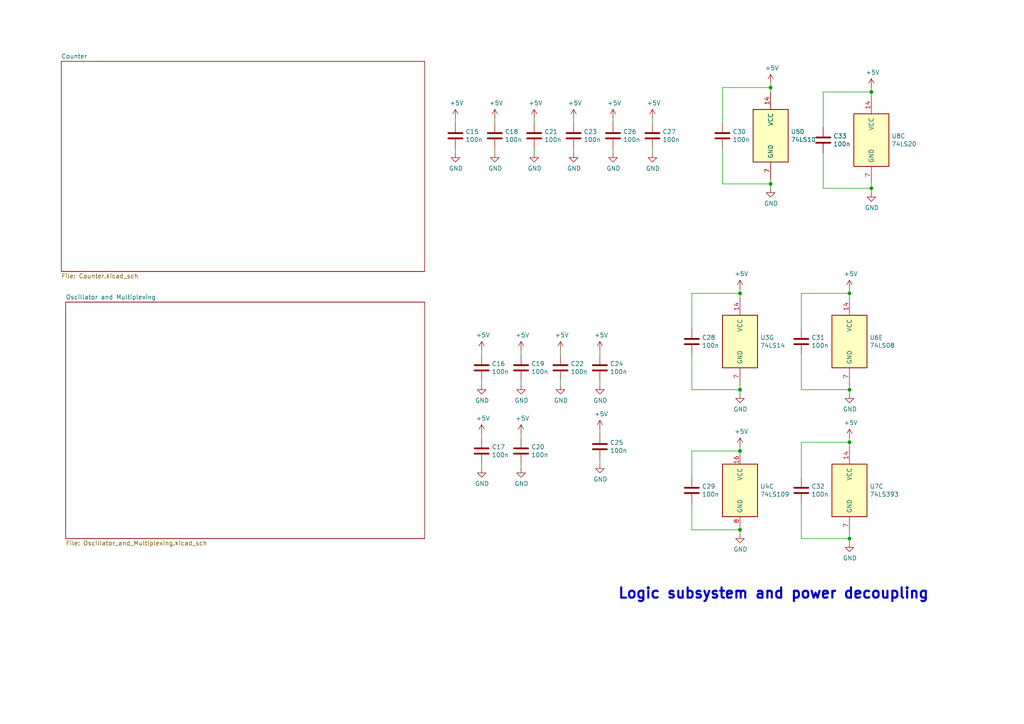
<source format=kicad_sch>
(kicad_sch (version 20211123) (generator eeschema)
  (paper "A4")
  (title_block (title "NixieTTL Clock") (rev "0"))
  (lib_symbols
    (symbol "74xx:74LS08" (pin_names (offset 1.016))
      (property "Reference" "U" (at 0 1.27 0))
      (property "Value" "74LS08" (at 0 -1.27 0))
      (symbol "74LS08_1_1"
        (arc (start 0 -3.81) (mid 3.81 0) (end 0 3.81) (stroke (width 0.254)) (fill (type background)))
        (polyline (pts (xy 0 3.81) (xy -3.81 3.81) (xy -3.81 -3.81) (xy 0 -3.81)) (stroke (width 0.254)) (fill (type background)))
        (pin input line (at -7.62 2.54 0) (length 3.81) (name "~") (number "1"))
        (pin input line (at -7.62 -2.54 0) (length 3.81) (name "~") (number "2"))
        (pin output line (at 7.62 0 180) (length 3.81) (name "~") (number "3"))
      )
      (symbol "74LS08_1_2"
        (arc (start -3.81 -3.81) (mid -2.589 0) (end -3.81 3.81) (stroke (width 0.254)))
        (arc (start -0.6096 -3.81) (mid 2.1855 -2.584) (end 3.81 0) (stroke (width 0.254)) (fill (type background)))
        (polyline (pts (xy -3.81 -3.81) (xy -0.635 -3.81)) (stroke (width 0.254)) (fill (type background)))
        (polyline (pts (xy -3.81 3.81) (xy -0.635 3.81)) (stroke (width 0.254)) (fill (type background)))
        (polyline (pts (xy -0.635 3.81) (xy -3.81 3.81) (xy -3.81 3.81) (xy -3.556 3.4036) (xy -3.0226 2.2606) (xy -2.6924 1.0414) (xy -2.6162 -0.254) (xy -2.7686 -1.4986) (xy -3.175 -2.7178) (xy -3.81 -3.81) (xy -3.81 -3.81) (xy -0.635 -3.81)) (stroke (width -25.4)) (fill (type background)))
        (arc (start 3.81 0) (mid 2.1928 2.5925) (end -0.6096 3.81) (stroke (width 0.254)) (fill (type background)))
        (pin input inverted (at -7.62 2.54 0) (length 4.318) (name "~") (number "1"))
        (pin input inverted (at -7.62 -2.54 0) (length 4.318) (name "~") (number "2"))
        (pin output inverted (at 7.62 0 180) (length 3.81) (name "~") (number "3"))
      )
      (symbol "74LS08_2_1"
        (arc (start 0 -3.81) (mid 3.81 0) (end 0 3.81) (stroke (width 0.254)) (fill (type background)))
        (polyline (pts (xy 0 3.81) (xy -3.81 3.81) (xy -3.81 -3.81) (xy 0 -3.81)) (stroke (width 0.254)) (fill (type background)))
        (pin input line (at -7.62 2.54 0) (length 3.81) (name "~") (number "4"))
        (pin input line (at -7.62 -2.54 0) (length 3.81) (name "~") (number "5"))
        (pin output line (at 7.62 0 180) (length 3.81) (name "~") (number "6"))
      )
      (symbol "74LS08_2_2"
        (arc (start -3.81 -3.81) (mid -2.589 0) (end -3.81 3.81) (stroke (width 0.254)))
        (arc (start -0.6096 -3.81) (mid 2.1855 -2.584) (end 3.81 0) (stroke (width 0.254)) (fill (type background)))
        (polyline (pts (xy -3.81 -3.81) (xy -0.635 -3.81)) (stroke (width 0.254)) (fill (type background)))
        (polyline (pts (xy -3.81 3.81) (xy -0.635 3.81)) (stroke (width 0.254)) (fill (type background)))
        (polyline (pts (xy -0.635 3.81) (xy -3.81 3.81) (xy -3.81 3.81) (xy -3.556 3.4036) (xy -3.0226 2.2606) (xy -2.6924 1.0414) (xy -2.6162 -0.254) (xy -2.7686 -1.4986) (xy -3.175 -2.7178) (xy -3.81 -3.81) (xy -3.81 -3.81) (xy -0.635 -3.81)) (stroke (width -25.4)) (fill (type background)))
        (arc (start 3.81 0) (mid 2.1928 2.5925) (end -0.6096 3.81) (stroke (width 0.254)) (fill (type background)))
        (pin input inverted (at -7.62 2.54 0) (length 4.318) (name "~") (number "4"))
        (pin input inverted (at -7.62 -2.54 0) (length 4.318) (name "~") (number "5"))
        (pin output inverted (at 7.62 0 180) (length 3.81) (name "~") (number "6"))
      )
      (symbol "74LS08_3_1"
        (arc (start 0 -3.81) (mid 3.81 0) (end 0 3.81) (stroke (width 0.254)) (fill (type background)))
        (polyline (pts (xy 0 3.81) (xy -3.81 3.81) (xy -3.81 -3.81) (xy 0 -3.81)) (stroke (width 0.254)) (fill (type background)))
        (pin input line (at -7.62 -2.54 0) (length 3.81) (name "~") (number "10"))
        (pin output line (at 7.62 0 180) (length 3.81) (name "~") (number "8"))
        (pin input line (at -7.62 2.54 0) (length 3.81) (name "~") (number "9"))
      )
      (symbol "74LS08_3_2"
        (arc (start -3.81 -3.81) (mid -2.589 0) (end -3.81 3.81) (stroke (width 0.254)))
        (arc (start -0.6096 -3.81) (mid 2.1855 -2.584) (end 3.81 0) (stroke (width 0.254)) (fill (type background)))
        (polyline (pts (xy -3.81 -3.81) (xy -0.635 -3.81)) (stroke (width 0.254)) (fill (type background)))
        (polyline (pts (xy -3.81 3.81) (xy -0.635 3.81)) (stroke (width 0.254)) (fill (type background)))
        (polyline (pts (xy -0.635 3.81) (xy -3.81 3.81) (xy -3.81 3.81) (xy -3.556 3.4036) (xy -3.0226 2.2606) (xy -2.6924 1.0414) (xy -2.6162 -0.254) (xy -2.7686 -1.4986) (xy -3.175 -2.7178) (xy -3.81 -3.81) (xy -3.81 -3.81) (xy -0.635 -3.81)) (stroke (width -25.4)) (fill (type background)))
        (arc (start 3.81 0) (mid 2.1928 2.5925) (end -0.6096 3.81) (stroke (width 0.254)) (fill (type background)))
        (pin input inverted (at -7.62 -2.54 0) (length 4.318) (name "~") (number "10"))
        (pin output inverted (at 7.62 0 180) (length 3.81) (name "~") (number "8"))
        (pin input inverted (at -7.62 2.54 0) (length 4.318) (name "~") (number "9"))
      )
      (symbol "74LS08_4_1"
        (arc (start 0 -3.81) (mid 3.81 0) (end 0 3.81) (stroke (width 0.254)) (fill (type background)))
        (polyline (pts (xy 0 3.81) (xy -3.81 3.81) (xy -3.81 -3.81) (xy 0 -3.81)) (stroke (width 0.254)) (fill (type background)))
        (pin output line (at 7.62 0 180) (length 3.81) (name "~") (number "11"))
        (pin input line (at -7.62 2.54 0) (length 3.81) (name "~") (number "12"))
        (pin input line (at -7.62 -2.54 0) (length 3.81) (name "~") (number "13"))
      )
      (symbol "74LS08_4_2"
        (arc (start -3.81 -3.81) (mid -2.589 0) (end -3.81 3.81) (stroke (width 0.254)))
        (arc (start -0.6096 -3.81) (mid 2.1855 -2.584) (end 3.81 0) (stroke (width 0.254)) (fill (type background)))
        (polyline (pts (xy -3.81 -3.81) (xy -0.635 -3.81)) (stroke (width 0.254)) (fill (type background)))
        (polyline (pts (xy -3.81 3.81) (xy -0.635 3.81)) (stroke (width 0.254)) (fill (type background)))
        (polyline (pts (xy -0.635 3.81) (xy -3.81 3.81) (xy -3.81 3.81) (xy -3.556 3.4036) (xy -3.0226 2.2606) (xy -2.6924 1.0414) (xy -2.6162 -0.254) (xy -2.7686 -1.4986) (xy -3.175 -2.7178) (xy -3.81 -3.81) (xy -3.81 -3.81) (xy -0.635 -3.81)) (stroke (width -25.4)) (fill (type background)))
        (arc (start 3.81 0) (mid 2.1928 2.5925) (end -0.6096 3.81) (stroke (width 0.254)) (fill (type background)))
        (pin output inverted (at 7.62 0 180) (length 3.81) (name "~") (number "11"))
        (pin input inverted (at -7.62 2.54 0) (length 4.318) (name "~") (number "12"))
        (pin input inverted (at -7.62 -2.54 0) (length 4.318) (name "~") (number "13"))
      )
      (symbol "74LS08_5_0"
        (pin power_in line (at 0 12.7 270) (length 5.08) (name "VCC") (number "14"))
        (pin power_in line (at 0 -12.7 90) (length 5.08) (name "GND") (number "7"))
      )
      (symbol "74LS08_5_1"
        (rectangle (start -5.08 7.62) (end 5.08 -7.62) (stroke (width 0.254)) (fill (type background)))
      )
    )
    (symbol "74xx:74LS10" (pin_names (offset 1.016))
      (property "Reference" "U" (at 0 1.27 0))
      (property "Value" "74LS10" (at 0 -1.27 0))
      (symbol "74LS10_1_1"
        (arc (start 0 -3.81) (mid 3.81 0) (end 0 3.81) (stroke (width 0.254)) (fill (type background)))
        (polyline (pts (xy 0 3.81) (xy -3.81 3.81) (xy -3.81 -3.81) (xy 0 -3.81)) (stroke (width 0.254)) (fill (type background)))
        (pin input line (at -7.62 2.54 0) (length 3.81) (name "~") (number "1"))
        (pin output inverted (at 7.62 0 180) (length 3.81) (name "~") (number "12"))
        (pin input line (at -7.62 -2.54 0) (length 3.81) (name "~") (number "13"))
        (pin input line (at -7.62 0 0) (length 3.81) (name "~") (number "2"))
      )
      (symbol "74LS10_1_2"
        (arc (start -3.81 -3.81) (mid -2.589 0) (end -3.81 3.81) (stroke (width 0.254)))
        (arc (start -0.6096 -3.81) (mid 2.1855 -2.584) (end 3.81 0) (stroke (width 0.254)) (fill (type background)))
        (polyline (pts (xy -3.81 -3.81) (xy -0.635 -3.81)) (stroke (width 0.254)) (fill (type background)))
        (polyline (pts (xy -3.81 3.81) (xy -0.635 3.81)) (stroke (width 0.254)) (fill (type background)))
        (polyline (pts (xy -0.635 3.81) (xy -3.81 3.81) (xy -3.81 3.81) (xy -3.556 3.4036) (xy -3.0226 2.2606) (xy -2.6924 1.0414) (xy -2.6162 -0.254) (xy -2.7686 -1.4986) (xy -3.175 -2.7178) (xy -3.81 -3.81) (xy -3.81 -3.81) (xy -0.635 -3.81)) (stroke (width -25.4)) (fill (type background)))
        (arc (start 3.81 0) (mid 2.1928 2.5925) (end -0.6096 3.81) (stroke (width 0.254)) (fill (type background)))
        (pin input inverted (at -7.62 2.54 0) (length 4.318) (name "~") (number "1"))
        (pin output line (at 7.62 0 180) (length 3.81) (name "~") (number "12"))
        (pin input inverted (at -7.62 -2.54 0) (length 4.318) (name "~") (number "13"))
        (pin input inverted (at -7.62 0 0) (length 4.953) (name "~") (number "2"))
      )
      (symbol "74LS10_2_1"
        (arc (start 0 -3.81) (mid 3.81 0) (end 0 3.81) (stroke (width 0.254)) (fill (type background)))
        (polyline (pts (xy 0 3.81) (xy -3.81 3.81) (xy -3.81 -3.81) (xy 0 -3.81)) (stroke (width 0.254)) (fill (type background)))
        (pin input line (at -7.62 2.54 0) (length 3.81) (name "~") (number "3"))
        (pin input line (at -7.62 0 0) (length 3.81) (name "~") (number "4"))
        (pin input line (at -7.62 -2.54 0) (length 3.81) (name "~") (number "5"))
        (pin output inverted (at 7.62 0 180) (length 3.81) (name "~") (number "6"))
      )
      (symbol "74LS10_2_2"
        (arc (start -3.81 -3.81) (mid -2.589 0) (end -3.81 3.81) (stroke (width 0.254)))
        (arc (start -0.6096 -3.81) (mid 2.1855 -2.584) (end 3.81 0) (stroke (width 0.254)) (fill (type background)))
        (polyline (pts (xy -3.81 -3.81) (xy -0.635 -3.81)) (stroke (width 0.254)) (fill (type background)))
        (polyline (pts (xy -3.81 3.81) (xy -0.635 3.81)) (stroke (width 0.254)) (fill (type background)))
        (polyline (pts (xy -0.635 3.81) (xy -3.81 3.81) (xy -3.81 3.81) (xy -3.556 3.4036) (xy -3.0226 2.2606) (xy -2.6924 1.0414) (xy -2.6162 -0.254) (xy -2.7686 -1.4986) (xy -3.175 -2.7178) (xy -3.81 -3.81) (xy -3.81 -3.81) (xy -0.635 -3.81)) (stroke (width -25.4)) (fill (type background)))
        (arc (start 3.81 0) (mid 2.1928 2.5925) (end -0.6096 3.81) (stroke (width 0.254)) (fill (type background)))
        (pin input inverted (at -7.62 2.54 0) (length 4.318) (name "~") (number "3"))
        (pin input inverted (at -7.62 0 0) (length 4.953) (name "~") (number "4"))
        (pin input inverted (at -7.62 -2.54 0) (length 4.318) (name "~") (number "5"))
        (pin output line (at 7.62 0 180) (length 3.81) (name "~") (number "6"))
      )
      (symbol "74LS10_3_1"
        (arc (start 0 -3.81) (mid 3.81 0) (end 0 3.81) (stroke (width 0.254)) (fill (type background)))
        (polyline (pts (xy 0 3.81) (xy -3.81 3.81) (xy -3.81 -3.81) (xy 0 -3.81)) (stroke (width 0.254)) (fill (type background)))
        (pin input line (at -7.62 0 0) (length 3.81) (name "~") (number "10"))
        (pin input line (at -7.62 -2.54 0) (length 3.81) (name "~") (number "11"))
        (pin output inverted (at 7.62 0 180) (length 3.81) (name "~") (number "8"))
        (pin input line (at -7.62 2.54 0) (length 3.81) (name "~") (number "9"))
      )
      (symbol "74LS10_3_2"
        (arc (start -3.81 -3.81) (mid -2.589 0) (end -3.81 3.81) (stroke (width 0.254)))
        (arc (start -0.6096 -3.81) (mid 2.1855 -2.584) (end 3.81 0) (stroke (width 0.254)) (fill (type background)))
        (polyline (pts (xy -3.81 -3.81) (xy -0.635 -3.81)) (stroke (width 0.254)) (fill (type background)))
        (polyline (pts (xy -3.81 3.81) (xy -0.635 3.81)) (stroke (width 0.254)) (fill (type background)))
        (polyline (pts (xy -0.635 3.81) (xy -3.81 3.81) (xy -3.81 3.81) (xy -3.556 3.4036) (xy -3.0226 2.2606) (xy -2.6924 1.0414) (xy -2.6162 -0.254) (xy -2.7686 -1.4986) (xy -3.175 -2.7178) (xy -3.81 -3.81) (xy -3.81 -3.81) (xy -0.635 -3.81)) (stroke (width -25.4)) (fill (type background)))
        (arc (start 3.81 0) (mid 2.1928 2.5925) (end -0.6096 3.81) (stroke (width 0.254)) (fill (type background)))
        (pin input inverted (at -7.62 0 0) (length 4.953) (name "~") (number "10"))
        (pin input inverted (at -7.62 -2.54 0) (length 4.318) (name "~") (number "11"))
        (pin output line (at 7.62 0 180) (length 3.81) (name "~") (number "8"))
        (pin input inverted (at -7.62 2.54 0) (length 4.318) (name "~") (number "9"))
      )
      (symbol "74LS10_4_0"
        (pin power_in line (at 0 12.7 270) (length 5.08) (name "VCC") (number "14"))
        (pin power_in line (at 0 -12.7 90) (length 5.08) (name "GND") (number "7"))
      )
      (symbol "74LS10_4_1"
        (rectangle (start -5.08 7.62) (end 5.08 -7.62) (stroke (width 0.254)) (fill (type background)))
      )
    )
    (symbol "74xx:74LS109" (pin_names (offset 1.016))
      (property "Reference" "U" (at -7.62 8.89 0))
      (property "Value" "74LS109" (at -7.62 -8.89 0))
      (symbol "74LS109_1_0"
        (pin input line (at 0 -7.62 90) (length 2.54) (name "~{R}") (number "1"))
        (pin input line (at -7.62 2.54 0) (length 2.54) (name "J") (number "2"))
        (pin input line (at -7.62 -2.54 0) (length 2.54) (name "~{K}") (number "3"))
        (pin input clock (at -7.62 0 0) (length 2.54) (name "C") (number "4"))
        (pin input line (at 0 7.62 270) (length 2.54) (name "~{S}") (number "5"))
        (pin output line (at 7.62 2.54 180) (length 2.54) (name "Q") (number "6"))
        (pin output line (at 7.62 -2.54 180) (length 2.54) (name "~{Q}") (number "7"))
      )
      (symbol "74LS109_1_1"
        (rectangle (start -5.08 5.08) (end 5.08 -5.08) (stroke (width 0.254)) (fill (type background)))
      )
      (symbol "74LS109_2_0"
        (pin output line (at 7.62 2.54 180) (length 2.54) (name "Q") (number "10"))
        (pin input line (at 0 7.62 270) (length 2.54) (name "~{S}") (number "11"))
        (pin input clock (at -7.62 0 0) (length 2.54) (name "C") (number "12"))
        (pin input line (at -7.62 -2.54 0) (length 2.54) (name "~{K}") (number "13"))
        (pin input line (at -7.62 2.54 0) (length 2.54) (name "J") (number "14"))
        (pin input line (at 0 -7.62 90) (length 2.54) (name "~{R}") (number "15"))
        (pin output line (at 7.62 -2.54 180) (length 2.54) (name "~{Q}") (number "9"))
      )
      (symbol "74LS109_2_1"
        (rectangle (start -5.08 5.08) (end 5.08 -5.08) (stroke (width 0.254)) (fill (type background)))
      )
      (symbol "74LS109_3_0"
        (pin power_in line (at 0 10.16 270) (length 2.54) (name "VCC") (number "16"))
        (pin power_in line (at 0 -10.16 90) (length 2.54) (name "GND") (number "8"))
      )
      (symbol "74LS109_3_1"
        (rectangle (start -5.08 7.62) (end 5.08 -7.62) (stroke (width 0.254)) (fill (type background)))
      )
    )
    (symbol "74xx:74LS14" (pin_names (offset 1.016))
      (property "Reference" "U" (at 0 1.27 0))
      (property "Value" "74LS14" (at 0 -1.27 0))
      (symbol "74LS14_1_0"
        (polyline (pts (xy -3.81 3.81) (xy -3.81 -3.81) (xy 3.81 0) (xy -3.81 3.81)) (stroke (width 0.254)) (fill (type background)))
        (pin input line (at -7.62 0 0) (length 3.81) (name "~") (number "1"))
        (pin output inverted (at 7.62 0 180) (length 3.81) (name "~") (number "2"))
      )
      (symbol "74LS14_1_1"
        (polyline (pts (xy -1.905 -1.27) (xy -1.905 1.27) (xy -0.635 1.27)))
        (polyline (pts (xy -2.54 -1.27) (xy -0.635 -1.27) (xy -0.635 1.27) (xy 0 1.27)))
      )
      (symbol "74LS14_2_0"
        (polyline (pts (xy -3.81 3.81) (xy -3.81 -3.81) (xy 3.81 0) (xy -3.81 3.81)) (stroke (width 0.254)) (fill (type background)))
        (pin input line (at -7.62 0 0) (length 3.81) (name "~") (number "3"))
        (pin output inverted (at 7.62 0 180) (length 3.81) (name "~") (number "4"))
      )
      (symbol "74LS14_2_1"
        (polyline (pts (xy -1.905 -1.27) (xy -1.905 1.27) (xy -0.635 1.27)))
        (polyline (pts (xy -2.54 -1.27) (xy -0.635 -1.27) (xy -0.635 1.27) (xy 0 1.27)))
      )
      (symbol "74LS14_3_0"
        (polyline (pts (xy -3.81 3.81) (xy -3.81 -3.81) (xy 3.81 0) (xy -3.81 3.81)) (stroke (width 0.254)) (fill (type background)))
        (pin input line (at -7.62 0 0) (length 3.81) (name "~") (number "5"))
        (pin output inverted (at 7.62 0 180) (length 3.81) (name "~") (number "6"))
      )
      (symbol "74LS14_3_1"
        (polyline (pts (xy -1.905 -1.27) (xy -1.905 1.27) (xy -0.635 1.27)))
        (polyline (pts (xy -2.54 -1.27) (xy -0.635 -1.27) (xy -0.635 1.27) (xy 0 1.27)))
      )
      (symbol "74LS14_4_0"
        (polyline (pts (xy -3.81 3.81) (xy -3.81 -3.81) (xy 3.81 0) (xy -3.81 3.81)) (stroke (width 0.254)) (fill (type background)))
        (pin output inverted (at 7.62 0 180) (length 3.81) (name "~") (number "8"))
        (pin input line (at -7.62 0 0) (length 3.81) (name "~") (number "9"))
      )
      (symbol "74LS14_4_1"
        (polyline (pts (xy -1.905 -1.27) (xy -1.905 1.27) (xy -0.635 1.27)))
        (polyline (pts (xy -2.54 -1.27) (xy -0.635 -1.27) (xy -0.635 1.27) (xy 0 1.27)))
      )
      (symbol "74LS14_5_0"
        (polyline (pts (xy -3.81 3.81) (xy -3.81 -3.81) (xy 3.81 0) (xy -3.81 3.81)) (stroke (width 0.254)) (fill (type background)))
        (pin output inverted (at 7.62 0 180) (length 3.81) (name "~") (number "10"))
        (pin input line (at -7.62 0 0) (length 3.81) (name "~") (number "11"))
      )
      (symbol "74LS14_5_1"
        (polyline (pts (xy -1.905 -1.27) (xy -1.905 1.27) (xy -0.635 1.27)))
        (polyline (pts (xy -2.54 -1.27) (xy -0.635 -1.27) (xy -0.635 1.27) (xy 0 1.27)))
      )
      (symbol "74LS14_6_0"
        (polyline (pts (xy -3.81 3.81) (xy -3.81 -3.81) (xy 3.81 0) (xy -3.81 3.81)) (stroke (width 0.254)) (fill (type background)))
        (pin output inverted (at 7.62 0 180) (length 3.81) (name "~") (number "12"))
        (pin input line (at -7.62 0 0) (length 3.81) (name "~") (number "13"))
      )
      (symbol "74LS14_6_1"
        (polyline (pts (xy -1.905 -1.27) (xy -1.905 1.27) (xy -0.635 1.27)))
        (polyline (pts (xy -2.54 -1.27) (xy -0.635 -1.27) (xy -0.635 1.27) (xy 0 1.27)))
      )
      (symbol "74LS14_7_0"
        (pin power_in line (at 0 12.7 270) (length 5.08) (name "VCC") (number "14"))
        (pin power_in line (at 0 -12.7 90) (length 5.08) (name "GND") (number "7"))
      )
      (symbol "74LS14_7_1"
        (rectangle (start -5.08 7.62) (end 5.08 -7.62) (stroke (width 0.254)) (fill (type background)))
      )
    )
    (symbol "74xx:74LS20" (pin_names (offset 1.016))
      (property "Reference" "U" (at 0 1.27 0))
      (property "Value" "74LS20" (at 0 -1.27 0))
      (symbol "74LS20_1_1"
        (arc (start -0.635 -4.445) (mid 3.81 0) (end -0.635 4.445) (stroke (width 0.254)) (fill (type background)))
        (polyline (pts (xy -0.635 4.445) (xy -3.81 4.445) (xy -3.81 -4.445) (xy -0.635 -4.445)) (stroke (width 0.254)) (fill (type background)))
        (pin input line (at -7.62 3.81 0) (length 3.81) (name "~") (number "1"))
        (pin input line (at -7.62 1.27 0) (length 3.81) (name "~") (number "2"))
        (pin input line (at -7.62 -1.27 0) (length 3.81) (name "~") (number "4"))
        (pin input line (at -7.62 -3.81 0) (length 3.81) (name "~") (number "5"))
        (pin output inverted (at 7.62 0 180) (length 3.81) (name "~") (number "6"))
      )
      (symbol "74LS20_1_2"
        (arc (start -3.81 -4.445) (mid -2.5908 0) (end -3.81 4.445) (stroke (width 0.254)))
        (arc (start -0.6096 -4.445) (mid 2.224 -2.8428) (end 3.81 0) (stroke (width 0.254)) (fill (type background)))
        (polyline (pts (xy -3.81 -4.445) (xy -0.635 -4.445)) (stroke (width 0.254)) (fill (type background)))
        (polyline (pts (xy -3.81 4.445) (xy -0.635 4.445)) (stroke (width 0.254)) (fill (type background)))
        (polyline (pts (xy -0.635 4.445) (xy -3.81 4.445) (xy -3.81 4.445) (xy -3.6322 4.0894) (xy -3.0988 2.921) (xy -2.7686 1.6764) (xy -2.6162 0.4318) (xy -2.6416 -0.8636) (xy -2.8702 -2.1082) (xy -3.2512 -3.3274) (xy -3.81 -4.445) (xy -3.81 -4.445) (xy -0.635 -4.445)) (stroke (width -25.4)) (fill (type background)))
        (arc (start 3.81 0) (mid 2.2198 2.8386) (end -0.6096 4.445) (stroke (width 0.254)) (fill (type background)))
        (pin input inverted (at -7.62 3.81 0) (length 3.81) (name "~") (number "1"))
        (pin input inverted (at -7.62 1.27 0) (length 4.826) (name "~") (number "2"))
        (pin input inverted (at -7.62 -1.27 0) (length 4.826) (name "~") (number "4"))
        (pin input inverted (at -7.62 -3.81 0) (length 3.81) (name "~") (number "5"))
        (pin output line (at 7.62 0 180) (length 3.81) (name "~") (number "6"))
      )
      (symbol "74LS20_2_1"
        (arc (start -0.635 -4.445) (mid 3.81 0) (end -0.635 4.445) (stroke (width 0.254)) (fill (type background)))
        (polyline (pts (xy -0.635 4.445) (xy -3.81 4.445) (xy -3.81 -4.445) (xy -0.635 -4.445)) (stroke (width 0.254)) (fill (type background)))
        (pin input line (at -7.62 1.27 0) (length 3.81) (name "~") (number "10"))
        (pin input line (at -7.62 -1.27 0) (length 3.81) (name "~") (number "12"))
        (pin input line (at -7.62 -3.81 0) (length 3.81) (name "~") (number "13"))
        (pin output inverted (at 7.62 0 180) (length 3.81) (name "~") (number "8"))
        (pin input line (at -7.62 3.81 0) (length 3.81) (name "~") (number "9"))
      )
      (symbol "74LS20_2_2"
        (arc (start -3.81 -4.445) (mid -2.5908 0) (end -3.81 4.445) (stroke (width 0.254)))
        (arc (start -0.6096 -4.445) (mid 2.224 -2.8428) (end 3.81 0) (stroke (width 0.254)) (fill (type background)))
        (polyline (pts (xy -3.81 -4.445) (xy -0.635 -4.445)) (stroke (width 0.254)) (fill (type background)))
        (polyline (pts (xy -3.81 4.445) (xy -0.635 4.445)) (stroke (width 0.254)) (fill (type background)))
        (polyline (pts (xy -0.635 4.445) (xy -3.81 4.445) (xy -3.81 4.445) (xy -3.6322 4.0894) (xy -3.0988 2.921) (xy -2.7686 1.6764) (xy -2.6162 0.4318) (xy -2.6416 -0.8636) (xy -2.8702 -2.1082) (xy -3.2512 -3.3274) (xy -3.81 -4.445) (xy -3.81 -4.445) (xy -0.635 -4.445)) (stroke (width -25.4)) (fill (type background)))
        (arc (start 3.81 0) (mid 2.2198 2.8386) (end -0.6096 4.445) (stroke (width 0.254)) (fill (type background)))
        (pin input inverted (at -7.62 1.27 0) (length 4.826) (name "~") (number "10"))
        (pin input inverted (at -7.62 -1.27 0) (length 4.826) (name "~") (number "12"))
        (pin input inverted (at -7.62 -3.81 0) (length 3.81) (name "~") (number "13"))
        (pin output line (at 7.62 0 180) (length 3.81) (name "~") (number "8"))
        (pin input inverted (at -7.62 3.81 0) (length 3.81) (name "~") (number "9"))
      )
      (symbol "74LS20_3_0"
        (pin power_in line (at 0 12.7 270) (length 5.08) (name "VCC") (number "14"))
        (pin power_in line (at 0 -12.7 90) (length 5.08) (name "GND") (number "7"))
      )
      (symbol "74LS20_3_1"
        (rectangle (start -5.08 7.62) (end 5.08 -7.62) (stroke (width 0.254)) (fill (type background)))
      )
    )
    (symbol "74xx:74LS393" (pin_names (offset 1.016))
      (property "Reference" "U" (at -7.62 8.89 0))
      (property "Value" "74LS393" (at -7.62 -8.89 0))
      (symbol "74LS393_1_0"
        (pin input clock (at -12.7 2.54 0) (length 5.08) (name "CP") (number "1"))
        (pin input line (at -12.7 -5.08 0) (length 5.08) (name "MR") (number "2"))
        (pin output line (at 12.7 2.54 180) (length 5.08) (name "Q0") (number "3"))
        (pin output line (at 12.7 0 180) (length 5.08) (name "Q1") (number "4"))
        (pin output line (at 12.7 -2.54 180) (length 5.08) (name "Q2") (number "5"))
        (pin output line (at 12.7 -5.08 180) (length 5.08) (name "Q3") (number "6"))
      )
      (symbol "74LS393_1_1"
        (rectangle (start -7.62 5.08) (end 7.62 -7.62) (stroke (width 0.254)) (fill (type background)))
      )
      (symbol "74LS393_2_0"
        (pin output line (at 12.7 0 180) (length 5.08) (name "Q1") (number "10"))
        (pin output line (at 12.7 2.54 180) (length 5.08) (name "Q0") (number "11"))
        (pin input line (at -12.7 -5.08 0) (length 5.08) (name "MR") (number "12"))
        (pin input clock (at -12.7 2.54 0) (length 5.08) (name "CP") (number "13"))
        (pin output line (at 12.7 -5.08 180) (length 5.08) (name "Q3") (number "8"))
        (pin output line (at 12.7 -2.54 180) (length 5.08) (name "Q2") (number "9"))
      )
      (symbol "74LS393_2_1"
        (rectangle (start -7.62 5.08) (end 7.62 -7.62) (stroke (width 0.254)) (fill (type background)))
      )
      (symbol "74LS393_3_0"
        (pin power_in line (at 0 12.7 270) (length 5.08) (name "VCC") (number "14"))
        (pin power_in line (at 0 -12.7 90) (length 5.08) (name "GND") (number "7"))
      )
      (symbol "74LS393_3_1"
        (rectangle (start -5.08 7.62) (end 5.08 -7.62) (stroke (width 0.254)) (fill (type background)))
      )
    )
    (symbol "Device:C" (pin_numbers hide) (pin_names (offset 0.254))
      (property "Reference" "C" (at 0.635 2.54 0))
      (property "Value" "C" (at 0.635 -2.54 0))
      (symbol "C_0_1"
        (polyline (pts (xy -2.032 -0.762) (xy 2.032 -0.762)) (stroke (width 0.508)))
        (polyline (pts (xy -2.032 0.762) (xy 2.032 0.762)) (stroke (width 0.508)))
      )
      (symbol "C_1_1"
        (pin passive line (at 0 3.81 270) (length 2.794) (name "~") (number "1"))
        (pin passive line (at 0 -3.81 90) (length 2.794) (name "~") (number "2"))
      )
    )
    (symbol "power:+5V" (power) (pin_names (offset 0))
      (property "Value" "+5V" (at 0 3.556 0))
      (symbol "+5V_0_1"
        (polyline (pts (xy -0.762 1.27) (xy 0 2.54)))
        (polyline (pts (xy 0 0) (xy 0 2.54)))
        (polyline (pts (xy 0 2.54) (xy 0.762 1.27)))
      )
      (symbol "+5V_1_1"
        (pin power_in line (at 0 0 90) (length 0) hide (name "+5V") (number "1"))
      )
    )
    (symbol "power:GND" (power) (pin_names (offset 0))
      (property "Value" "GND" (at 0 -3.81 0))
      (symbol "GND_0_1"
        (polyline (pts (xy 0 0) (xy 0 -1.27) (xy 1.27 -1.27) (xy 0 -2.54) (xy -1.27 -1.27) (xy 0 -1.27)))
      )
      (symbol "GND_1_1"
        (pin power_in line (at 0 0 270) (length 0) hide (name "GND") (number "1"))
      )
    )
  )
  (junction (at 252.73 26.67))
  (junction (at 223.52 53.34))
  (junction (at 246.38 128.27))
  (junction (at 214.63 113.03))
  (junction (at 223.52 25.4))
  (junction (at 214.63 85.09))
  (junction (at 252.73 54.61))
  (junction (at 246.38 156.21))
  (junction (at 214.63 130.81))
  (junction (at 214.63 153.67))
  (junction (at 246.38 113.03))
  (junction (at 246.38 85.09))
  (wire (pts (xy 232.41 128.27) (xy 246.38 128.27)))
  (wire (pts (xy 162.56 111.76) (xy 162.56 110.49)))
  (wire (pts (xy 232.41 102.87) (xy 232.41 113.03)))
  (wire (pts (xy 151.13 127) (xy 151.13 125.73)))
  (wire (pts (xy 200.66 153.67) (xy 214.63 153.67)))
  (wire (pts (xy 177.8 44.45) (xy 177.8 43.18)))
  (wire (pts (xy 246.38 154.94) (xy 246.38 156.21)))
  (wire (pts (xy 246.38 114.3) (xy 246.38 113.03)))
  (wire (pts (xy 189.23 44.45) (xy 189.23 43.18)))
  (wire (pts (xy 252.73 54.61) (xy 252.73 53.34)))
  (wire (pts (xy 238.76 54.61) (xy 252.73 54.61)))
  (wire (pts (xy 238.76 26.67) (xy 238.76 36.83)))
  (wire (pts (xy 200.66 113.03) (xy 214.63 113.03)))
  (wire (pts (xy 214.63 154.94) (xy 214.63 153.67)))
  (wire (pts (xy 232.41 85.09) (xy 246.38 85.09)))
  (wire (pts (xy 238.76 26.67) (xy 252.73 26.67)))
  (wire (pts (xy 214.63 130.81) (xy 214.63 132.08)))
  (wire (pts (xy 246.38 128.27) (xy 246.38 129.54)))
  (wire (pts (xy 139.7 135.89) (xy 139.7 134.62)))
  (wire (pts (xy 209.55 25.4) (xy 223.52 25.4)))
  (wire (pts (xy 246.38 113.03) (xy 246.38 111.76)))
  (wire (pts (xy 246.38 128.27) (xy 246.38 127)))
  (wire (pts (xy 139.7 111.76) (xy 139.7 110.49)))
  (wire (pts (xy 252.73 27.94) (xy 252.73 26.67)))
  (wire (pts (xy 252.73 54.61) (xy 252.73 55.88)))
  (wire (pts (xy 209.55 25.4) (xy 209.55 35.56)))
  (wire (pts (xy 166.37 35.56) (xy 166.37 34.29)))
  (wire (pts (xy 143.51 44.45) (xy 143.51 43.18)))
  (wire (pts (xy 214.63 86.36) (xy 214.63 85.09)))
  (wire (pts (xy 209.55 43.18) (xy 209.55 53.34)))
  (wire (pts (xy 214.63 83.82) (xy 214.63 85.09)))
  (wire (pts (xy 154.94 44.45) (xy 154.94 43.18)))
  (wire (pts (xy 246.38 85.09) (xy 246.38 86.36)))
  (wire (pts (xy 166.37 44.45) (xy 166.37 43.18)))
  (wire (pts (xy 139.7 102.87) (xy 139.7 101.6)))
  (wire (pts (xy 214.63 152.4) (xy 214.63 153.67)))
  (wire (pts (xy 173.99 111.76) (xy 173.99 110.49)))
  (wire (pts (xy 232.41 95.25) (xy 232.41 85.09)))
  (wire (pts (xy 173.99 102.87) (xy 173.99 101.6)))
  (wire (pts (xy 173.99 134.62) (xy 173.99 133.35)))
  (wire (pts (xy 209.55 53.34) (xy 223.52 53.34)))
  (wire (pts (xy 162.56 102.87) (xy 162.56 101.6)))
  (wire (pts (xy 143.51 35.56) (xy 143.51 34.29)))
  (wire (pts (xy 232.41 113.03) (xy 246.38 113.03)))
  (wire (pts (xy 232.41 156.21) (xy 246.38 156.21)))
  (wire (pts (xy 214.63 130.81) (xy 200.66 130.81)))
  (wire (pts (xy 246.38 157.48) (xy 246.38 156.21)))
  (wire (pts (xy 173.99 125.73) (xy 173.99 124.46)))
  (wire (pts (xy 200.66 146.05) (xy 200.66 153.67)))
  (wire (pts (xy 214.63 129.54) (xy 214.63 130.81)))
  (wire (pts (xy 223.52 25.4) (xy 223.52 24.13)))
  (wire (pts (xy 151.13 102.87) (xy 151.13 101.6)))
  (wire (pts (xy 200.66 130.81) (xy 200.66 138.43)))
  (wire (pts (xy 246.38 83.82) (xy 246.38 85.09)))
  (wire (pts (xy 214.63 111.76) (xy 214.63 113.03)))
  (wire (pts (xy 200.66 85.09) (xy 214.63 85.09)))
  (wire (pts (xy 252.73 26.67) (xy 252.73 25.4)))
  (wire (pts (xy 139.7 127) (xy 139.7 125.73)))
  (wire (pts (xy 232.41 146.05) (xy 232.41 156.21)))
  (wire (pts (xy 189.23 35.56) (xy 189.23 34.29)))
  (wire (pts (xy 223.52 52.07) (xy 223.52 53.34)))
  (wire (pts (xy 223.52 25.4) (xy 223.52 26.67)))
  (wire (pts (xy 200.66 85.09) (xy 200.66 95.25)))
  (wire (pts (xy 154.94 35.56) (xy 154.94 34.29)))
  (wire (pts (xy 200.66 102.87) (xy 200.66 113.03)))
  (wire (pts (xy 214.63 113.03) (xy 214.63 114.3)))
  (wire (pts (xy 151.13 111.76) (xy 151.13 110.49)))
  (wire (pts (xy 177.8 35.56) (xy 177.8 34.29)))
  (wire (pts (xy 132.08 44.45) (xy 132.08 43.18)))
  (wire (pts (xy 132.08 35.56) (xy 132.08 34.29)))
  (wire (pts (xy 238.76 44.45) (xy 238.76 54.61)))
  (wire (pts (xy 232.41 138.43) (xy 232.41 128.27)))
  (wire (pts (xy 223.52 53.34) (xy 223.52 54.61)))
  (wire (pts (xy 151.13 135.89) (xy 151.13 134.62)))
  (text "Logic subsystem and power decoupling" (at 179.07 173.99 0) (effects (font (size 2.9972 2.9972) (thickness 0.5994) bold) (justify left bottom)))
  (symbol (lib_id "power:GND") (at 132.08 44.45 0) (unit 1)
    (property "Reference" "#PWR056" (effects hide))
    (property "Value" "GND" (at 132.207 48.8442 0))
  )
  (symbol (lib_id "74xx:74LS10") (at 223.52 39.37 0) (unit 4)
    (property "Reference" "U5" (at 229.362 38.2016 0) (effects (justify left)))
    (property "Value" "74LS10" (at 229.362 40.513 0) (effects (justify left)))
    (property "Footprint" "Package_DIP:DIP-14_W7.62mm" (effects hide))
    (property "Datasheet" "http://www.ti.com/lit/gpn/sn74LS10" (effects hide))
  )
  (symbol (lib_id "74xx:74LS20") (at 252.73 40.64 0) (unit 3)
    (property "Reference" "U8" (at 258.572 39.4716 0) (effects (justify left)))
    (property "Value" "74LS20" (at 258.572 41.783 0) (effects (justify left)))
    (property "Footprint" "Package_DIP:DIP-14_W7.62mm" (effects hide))
    (property "Datasheet" "http://www.ti.com/lit/gpn/sn74LS20" (effects hide))
  )
  (symbol (lib_id "74xx:74LS109") (at 214.63 142.24 0) (unit 3)
    (property "Reference" "U4" (at 220.472 141.0716 0) (effects (justify left)))
    (property "Value" "74LS109" (at 220.472 143.383 0) (effects (justify left)))
    (property "Footprint" "Package_DIP:DIP-16_W7.62mm" (effects hide))
    (property "Datasheet" "http://www.ti.com/lit/gpn/sn74LS109" (effects hide))
  )
  (symbol (lib_id "74xx:74LS393") (at 246.38 142.24 0) (unit 3)
    (property "Reference" "U7" (at 252.222 141.0716 0) (effects (justify left)))
    (property "Value" "74LS393" (at 252.222 143.383 0) (effects (justify left)))
    (property "Footprint" "Package_DIP:DIP-14_W7.62mm" (effects hide))
    (property "Datasheet" "74xx\\74LS393.pdf" (effects hide))
  )
  (symbol (lib_id "74xx:74LS14") (at 214.63 99.06 0) (unit 7)
    (property "Reference" "U3" (at 220.472 97.8916 0) (effects (justify left)))
    (property "Value" "74LS14" (at 220.472 100.203 0) (effects (justify left)))
    (property "Footprint" "Package_DIP:DIP-14_W7.62mm" (effects hide))
    (property "Datasheet" "http://www.ti.com/lit/gpn/sn74LS14" (effects hide))
  )
  (symbol (lib_id "74xx:74LS08") (at 246.38 99.06 0) (unit 5)
    (property "Reference" "U6" (at 252.222 97.8916 0) (effects (justify left)))
    (property "Value" "74LS08" (at 252.222 100.203 0) (effects (justify left)))
    (property "Footprint" "Package_DIP:DIP-14_W7.62mm" (effects hide))
    (property "Datasheet" "http://www.ti.com/lit/gpn/sn74LS08" (effects hide))
  )
  (symbol (lib_id "Device:C") (at 238.76 40.64 0) (unit 1)
    (property "Reference" "C33" (at 241.681 39.4716 0) (effects (justify left)))
    (property "Value" "100n" (at 241.681 41.783 0) (effects (justify left)))
    (property "Footprint" "Capacitor_THT:C_Rect_L7.0mm_W2.5mm_P5.00mm" (effects hide))
  )
  (symbol (lib_id "Device:C") (at 132.08 39.37 0) (unit 1)
    (property "Reference" "C15" (at 135.001 38.2016 0) (effects (justify left)))
    (property "Value" "100n" (at 135.001 40.513 0) (effects (justify left)))
    (property "Footprint" "Capacitor_THT:C_Rect_L7.0mm_W2.5mm_P5.00mm" (effects hide))
  )
  (symbol (lib_id "power:+5V") (at 223.52 24.13 0) (unit 1)
    (property "Reference" "#PWR085" (effects hide))
    (property "Value" "+5V" (at 223.901 19.7358 0))
  )
  (symbol (lib_id "power:GND") (at 223.52 54.61 0) (unit 1)
    (property "Reference" "#PWR086" (effects hide))
    (property "Value" "GND" (at 223.647 59.0042 0))
  )
  (symbol (lib_id "Device:C") (at 209.55 39.37 0) (unit 1)
    (property "Reference" "C30" (at 212.471 38.2016 0) (effects (justify left)))
    (property "Value" "100n" (at 212.471 40.513 0) (effects (justify left)))
    (property "Footprint" "Capacitor_THT:C_Rect_L7.0mm_W2.5mm_P5.00mm" (effects hide))
  )
  (symbol (lib_id "Device:C") (at 232.41 99.06 0) (unit 1)
    (property "Reference" "C31" (at 235.331 97.8916 0) (effects (justify left)))
    (property "Value" "100n" (at 235.331 100.203 0) (effects (justify left)))
    (property "Footprint" "Capacitor_THT:C_Rect_L7.0mm_W2.5mm_P5.00mm" (effects hide))
  )
  (symbol (lib_id "Device:C") (at 200.66 99.06 0) (unit 1)
    (property "Reference" "C28" (at 203.581 97.8916 0) (effects (justify left)))
    (property "Value" "100n" (at 203.581 100.203 0) (effects (justify left)))
    (property "Footprint" "Capacitor_THT:C_Rect_L7.0mm_W2.5mm_P5.00mm" (effects hide))
  )
  (symbol (lib_id "Device:C") (at 200.66 142.24 0) (unit 1)
    (property "Reference" "C29" (at 203.581 141.0716 0) (effects (justify left)))
    (property "Value" "100n" (at 203.581 143.383 0) (effects (justify left)))
    (property "Footprint" "Capacitor_THT:C_Rect_L7.0mm_W2.5mm_P5.00mm" (effects hide))
  )
  (symbol (lib_id "Device:C") (at 232.41 142.24 0) (unit 1)
    (property "Reference" "C32" (at 235.331 141.0716 0) (effects (justify left)))
    (property "Value" "100n" (at 235.331 143.383 0) (effects (justify left)))
    (property "Footprint" "Capacitor_THT:C_Rect_L7.0mm_W2.5mm_P5.00mm" (effects hide))
  )
  (symbol (lib_id "power:GND") (at 246.38 114.3 0) (unit 1)
    (property "Reference" "#PWR088" (effects hide))
    (property "Value" "GND" (at 246.507 118.6942 0))
  )
  (symbol (lib_id "power:+5V") (at 246.38 83.82 0) (unit 1)
    (property "Reference" "#PWR087" (effects hide))
    (property "Value" "+5V" (at 246.761 79.4258 0))
  )
  (symbol (lib_id "power:+5V") (at 214.63 83.82 0) (unit 1)
    (property "Reference" "#PWR081" (effects hide))
    (property "Value" "+5V" (at 215.011 79.4258 0))
  )
  (symbol (lib_id "power:+5V") (at 214.63 129.54 0) (unit 1)
    (property "Reference" "#PWR083" (effects hide))
    (property "Value" "+5V" (at 215.011 125.1458 0))
  )
  (symbol (lib_id "power:+5V") (at 246.38 127 0) (unit 1)
    (property "Reference" "#PWR089" (effects hide))
    (property "Value" "+5V" (at 246.761 122.6058 0))
  )
  (symbol (lib_id "power:GND") (at 214.63 114.3 0) (unit 1)
    (property "Reference" "#PWR082" (effects hide))
    (property "Value" "GND" (at 214.757 118.6942 0))
  )
  (symbol (lib_id "power:GND") (at 214.63 154.94 0) (unit 1)
    (property "Reference" "#PWR084" (effects hide))
    (property "Value" "GND" (at 214.757 159.3342 0))
  )
  (symbol (lib_id "power:GND") (at 246.38 157.48 0) (unit 1)
    (property "Reference" "#PWR090" (effects hide))
    (property "Value" "GND" (at 246.507 161.8742 0))
  )
  (symbol (lib_id "power:GND") (at 143.51 44.45 0) (unit 1)
    (property "Reference" "#PWR062" (effects hide))
    (property "Value" "GND" (at 143.637 48.8442 0))
  )
  (symbol (lib_id "Device:C") (at 143.51 39.37 0) (unit 1)
    (property "Reference" "C18" (at 146.431 38.2016 0) (effects (justify left)))
    (property "Value" "100n" (at 146.431 40.513 0) (effects (justify left)))
    (property "Footprint" "Capacitor_THT:C_Rect_L7.0mm_W2.5mm_P5.00mm" (effects hide))
  )
  (symbol (lib_id "power:+5V") (at 143.51 34.29 0) (unit 1)
    (property "Reference" "#PWR061" (effects hide))
    (property "Value" "+5V" (at 143.891 29.8958 0))
  )
  (symbol (lib_id "power:GND") (at 154.94 44.45 0) (unit 1)
    (property "Reference" "#PWR068" (effects hide))
    (property "Value" "GND" (at 155.067 48.8442 0))
  )
  (symbol (lib_id "Device:C") (at 154.94 39.37 0) (unit 1)
    (property "Reference" "C21" (at 157.861 38.2016 0) (effects (justify left)))
    (property "Value" "100n" (at 157.861 40.513 0) (effects (justify left)))
    (property "Footprint" "Capacitor_THT:C_Rect_L7.0mm_W2.5mm_P5.00mm" (effects hide))
  )
  (symbol (lib_id "power:+5V") (at 154.94 34.29 0) (unit 1)
    (property "Reference" "#PWR067" (effects hide))
    (property "Value" "+5V" (at 155.321 29.8958 0))
  )
  (symbol (lib_id "power:GND") (at 166.37 44.45 0) (unit 1)
    (property "Reference" "#PWR072" (effects hide))
    (property "Value" "GND" (at 166.497 48.8442 0))
  )
  (symbol (lib_id "Device:C") (at 166.37 39.37 0) (unit 1)
    (property "Reference" "C23" (at 169.291 38.2016 0) (effects (justify left)))
    (property "Value" "100n" (at 169.291 40.513 0) (effects (justify left)))
    (property "Footprint" "Capacitor_THT:C_Rect_L7.0mm_W2.5mm_P5.00mm" (effects hide))
  )
  (symbol (lib_id "power:+5V") (at 166.37 34.29 0) (unit 1)
    (property "Reference" "#PWR071" (effects hide))
    (property "Value" "+5V" (at 166.751 29.8958 0))
  )
  (symbol (lib_id "power:GND") (at 177.8 44.45 0) (unit 1)
    (property "Reference" "#PWR078" (effects hide))
    (property "Value" "GND" (at 177.927 48.8442 0))
  )
  (symbol (lib_id "Device:C") (at 177.8 39.37 0) (unit 1)
    (property "Reference" "C26" (at 180.721 38.2016 0) (effects (justify left)))
    (property "Value" "100n" (at 180.721 40.513 0) (effects (justify left)))
    (property "Footprint" "Capacitor_THT:C_Rect_L7.0mm_W2.5mm_P5.00mm" (effects hide))
  )
  (symbol (lib_id "power:+5V") (at 177.8 34.29 0) (unit 1)
    (property "Reference" "#PWR077" (effects hide))
    (property "Value" "+5V" (at 178.181 29.8958 0))
  )
  (symbol (lib_id "power:GND") (at 189.23 44.45 0) (unit 1)
    (property "Reference" "#PWR080" (effects hide))
    (property "Value" "GND" (at 189.357 48.8442 0))
  )
  (symbol (lib_id "Device:C") (at 189.23 39.37 0) (unit 1)
    (property "Reference" "C27" (at 192.151 38.2016 0) (effects (justify left)))
    (property "Value" "100n" (at 192.151 40.513 0) (effects (justify left)))
    (property "Footprint" "Capacitor_THT:C_Rect_L7.0mm_W2.5mm_P5.00mm" (effects hide))
  )
  (symbol (lib_id "power:+5V") (at 189.23 34.29 0) (unit 1)
    (property "Reference" "#PWR079" (effects hide))
    (property "Value" "+5V" (at 189.611 29.8958 0))
  )
  (symbol (lib_id "power:GND") (at 139.7 135.89 0) (unit 1)
    (property "Reference" "#PWR060" (effects hide))
    (property "Value" "GND" (at 139.827 140.2842 0))
  )
  (symbol (lib_id "Device:C") (at 139.7 130.81 0) (unit 1)
    (property "Reference" "C17" (at 142.621 129.6416 0) (effects (justify left)))
    (property "Value" "100n" (at 142.621 131.953 0) (effects (justify left)))
    (property "Footprint" "Capacitor_THT:C_Rect_L7.0mm_W2.5mm_P5.00mm" (effects hide))
  )
  (symbol (lib_id "power:+5V") (at 139.7 125.73 0) (unit 1)
    (property "Reference" "#PWR059" (effects hide))
    (property "Value" "+5V" (at 140.081 121.3358 0))
  )
  (symbol (lib_id "power:GND") (at 151.13 135.89 0) (unit 1)
    (property "Reference" "#PWR066" (effects hide))
    (property "Value" "GND" (at 151.257 140.2842 0))
  )
  (symbol (lib_id "Device:C") (at 151.13 130.81 0) (unit 1)
    (property "Reference" "C20" (at 154.051 129.6416 0) (effects (justify left)))
    (property "Value" "100n" (at 154.051 131.953 0) (effects (justify left)))
    (property "Footprint" "Capacitor_THT:C_Rect_L7.0mm_W2.5mm_P5.00mm" (effects hide))
  )
  (symbol (lib_id "power:+5V") (at 151.13 125.73 0) (unit 1)
    (property "Reference" "#PWR065" (effects hide))
    (property "Value" "+5V" (at 151.511 121.3358 0))
  )
  (symbol (lib_id "power:GND") (at 139.7 111.76 0) (unit 1)
    (property "Reference" "#PWR058" (effects hide))
    (property "Value" "GND" (at 139.827 116.1542 0))
  )
  (symbol (lib_id "Device:C") (at 139.7 106.68 0) (unit 1)
    (property "Reference" "C16" (at 142.621 105.5116 0) (effects (justify left)))
    (property "Value" "100n" (at 142.621 107.823 0) (effects (justify left)))
    (property "Footprint" "Capacitor_THT:C_Rect_L7.0mm_W2.5mm_P5.00mm" (effects hide))
  )
  (symbol (lib_id "power:+5V") (at 139.7 101.6 0) (unit 1)
    (property "Reference" "#PWR057" (effects hide))
    (property "Value" "+5V" (at 140.081 97.2058 0))
  )
  (symbol (lib_id "power:GND") (at 151.13 111.76 0) (unit 1)
    (property "Reference" "#PWR064" (effects hide))
    (property "Value" "GND" (at 151.257 116.1542 0))
  )
  (symbol (lib_id "Device:C") (at 151.13 106.68 0) (unit 1)
    (property "Reference" "C19" (at 154.051 105.5116 0) (effects (justify left)))
    (property "Value" "100n" (at 154.051 107.823 0) (effects (justify left)))
    (property "Footprint" "Capacitor_THT:C_Rect_L7.0mm_W2.5mm_P5.00mm" (effects hide))
  )
  (symbol (lib_id "power:+5V") (at 151.13 101.6 0) (unit 1)
    (property "Reference" "#PWR063" (effects hide))
    (property "Value" "+5V" (at 151.511 97.2058 0))
  )
  (symbol (lib_id "power:GND") (at 162.56 111.76 0) (unit 1)
    (property "Reference" "#PWR070" (effects hide))
    (property "Value" "GND" (at 162.687 116.1542 0))
  )
  (symbol (lib_id "Device:C") (at 162.56 106.68 0) (unit 1)
    (property "Reference" "C22" (at 165.481 105.5116 0) (effects (justify left)))
    (property "Value" "100n" (at 165.481 107.823 0) (effects (justify left)))
    (property "Footprint" "Capacitor_THT:C_Rect_L7.0mm_W2.5mm_P5.00mm" (effects hide))
  )
  (symbol (lib_id "power:+5V") (at 162.56 101.6 0) (unit 1)
    (property "Reference" "#PWR069" (effects hide))
    (property "Value" "+5V" (at 162.941 97.2058 0))
  )
  (symbol (lib_id "power:GND") (at 173.99 111.76 0) (unit 1)
    (property "Reference" "#PWR074" (effects hide))
    (property "Value" "GND" (at 174.117 116.1542 0))
  )
  (symbol (lib_id "Device:C") (at 173.99 106.68 0) (unit 1)
    (property "Reference" "C24" (at 176.911 105.5116 0) (effects (justify left)))
    (property "Value" "100n" (at 176.911 107.823 0) (effects (justify left)))
    (property "Footprint" "Capacitor_THT:C_Rect_L7.0mm_W2.5mm_P5.00mm" (effects hide))
  )
  (symbol (lib_id "power:+5V") (at 173.99 101.6 0) (unit 1)
    (property "Reference" "#PWR073" (effects hide))
    (property "Value" "+5V" (at 174.371 97.2058 0))
  )
  (symbol (lib_id "power:GND") (at 173.99 134.62 0) (unit 1)
    (property "Reference" "#PWR076" (effects hide))
    (property "Value" "GND" (at 174.117 139.0142 0))
  )
  (symbol (lib_id "Device:C") (at 173.99 129.54 0) (unit 1)
    (property "Reference" "C25" (at 176.911 128.3716 0) (effects (justify left)))
    (property "Value" "100n" (at 176.911 130.683 0) (effects (justify left)))
    (property "Footprint" "Capacitor_THT:C_Rect_L7.0mm_W2.5mm_P5.00mm" (effects hide))
  )
  (symbol (lib_id "power:+5V") (at 173.99 124.46 0) (unit 1)
    (property "Reference" "#PWR075" (effects hide))
    (property "Value" "+5V" (at 174.371 120.0658 0))
  )
  (symbol (lib_id "power:+5V") (at 252.73 25.4 0) (unit 1)
    (property "Reference" "#PWR091" (effects hide))
    (property "Value" "+5V" (at 253.111 21.0058 0))
  )
  (symbol (lib_id "power:GND") (at 252.73 55.88 0) (unit 1)
    (property "Reference" "#PWR092" (effects hide))
    (property "Value" "GND" (at 252.857 60.2742 0))
  )
  (symbol (lib_id "power:+5V") (at 132.08 34.29 0) (unit 1)
    (property "Reference" "#PWR055" (effects hide))
    (property "Value" "+5V" (at 132.461 29.8958 0))
  )
  (sheet (at 19.05 87.63) (size 104.14 68.58)
    (property "Sheet name" "Oscillator and Multiplexing" (at 19.05 86.9184 0) (effects (justify left bottom)))
    (property "Sheet file" "Oscillator_and_Multiplexing.kicad_sch" (at 19.05 156.7946 0) (effects (justify left top)))
  )
  (sheet (at 17.78 17.78) (size 105.41 60.96)
    (property "Sheet name" "Counter" (at 17.78 17.0684 0) (effects (justify left bottom)))
    (property "Sheet file" "Counter.kicad_sch" (at 17.78 79.3246 0) (effects (justify left top)))
  )
)
</source>
